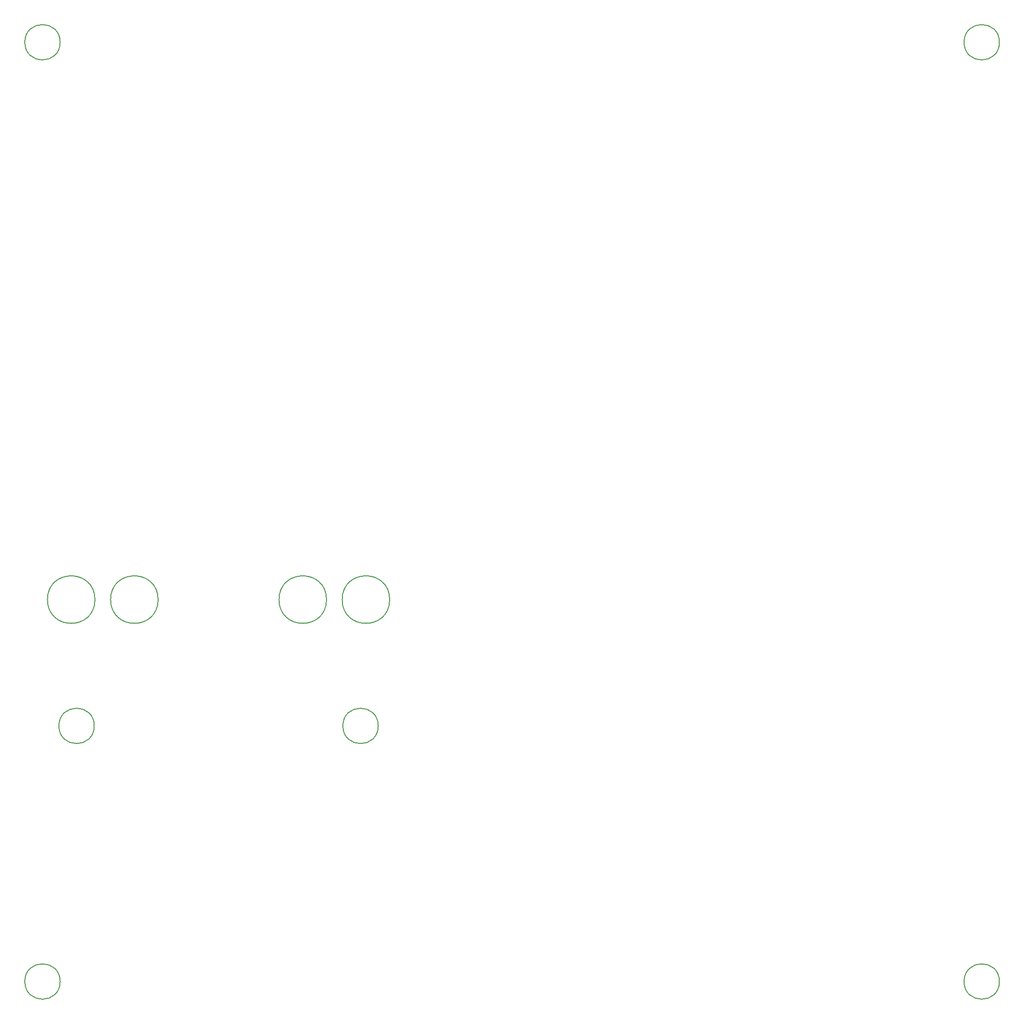
<source format=gbr>
%TF.GenerationSoftware,KiCad,Pcbnew,8.0.7*%
%TF.CreationDate,2025-04-17T15:34:13+07:00*%
%TF.ProjectId,Tractor VCU,54726163-746f-4722-9056-43552e6b6963,rev?*%
%TF.SameCoordinates,Original*%
%TF.FileFunction,Other,Comment*%
%FSLAX46Y46*%
G04 Gerber Fmt 4.6, Leading zero omitted, Abs format (unit mm)*
G04 Created by KiCad (PCBNEW 8.0.7) date 2025-04-17 15:34:13*
%MOMM*%
%LPD*%
G01*
G04 APERTURE LIST*
%ADD10C,0.150000*%
G04 APERTURE END LIST*
D10*
%TO.C,H6*%
X115050000Y-233590000D02*
G75*
G02*
X108650000Y-233590000I-3200000J0D01*
G01*
X108650000Y-233590000D02*
G75*
G02*
X115050000Y-233590000I3200000J0D01*
G01*
%TO.C,H5*%
X115050000Y-63590000D02*
G75*
G02*
X108650000Y-63590000I-3200000J0D01*
G01*
X108650000Y-63590000D02*
G75*
G02*
X115050000Y-63590000I3200000J0D01*
G01*
%TO.C,MP2*%
X163258000Y-164465000D02*
G75*
G02*
X154658000Y-164465000I-4300000J0D01*
G01*
X154658000Y-164465000D02*
G75*
G02*
X163258000Y-164465000I4300000J0D01*
G01*
%TO.C,H1*%
X121217999Y-187325000D02*
G75*
G02*
X114817999Y-187325000I-3200000J0D01*
G01*
X114817999Y-187325000D02*
G75*
G02*
X121217999Y-187325000I3200000J0D01*
G01*
%TO.C,MP3*%
X132778000Y-164465000D02*
G75*
G02*
X124178000Y-164465000I-4300000J0D01*
G01*
X124178000Y-164465000D02*
G75*
G02*
X132778000Y-164465000I4300000J0D01*
G01*
%TO.C,MP4*%
X121348000Y-164465000D02*
G75*
G02*
X112748000Y-164465000I-4300000J0D01*
G01*
X112748000Y-164465000D02*
G75*
G02*
X121348000Y-164465000I4300000J0D01*
G01*
%TO.C,MP1*%
X174688000Y-164464998D02*
G75*
G02*
X166088000Y-164464998I-4300000J0D01*
G01*
X166088000Y-164464998D02*
G75*
G02*
X174688000Y-164464998I4300000J0D01*
G01*
%TO.C,H2*%
X172618000Y-187325000D02*
G75*
G02*
X166218000Y-187325000I-3200000J0D01*
G01*
X166218000Y-187325000D02*
G75*
G02*
X172618000Y-187325000I3200000J0D01*
G01*
%TO.C,H3*%
X285050000Y-233590000D02*
G75*
G02*
X278650000Y-233590000I-3200000J0D01*
G01*
X278650000Y-233590000D02*
G75*
G02*
X285050000Y-233590000I3200000J0D01*
G01*
%TO.C,H4*%
X285050000Y-63590000D02*
G75*
G02*
X278650000Y-63590000I-3200000J0D01*
G01*
X278650000Y-63590000D02*
G75*
G02*
X285050000Y-63590000I3200000J0D01*
G01*
%TD*%
M02*

</source>
